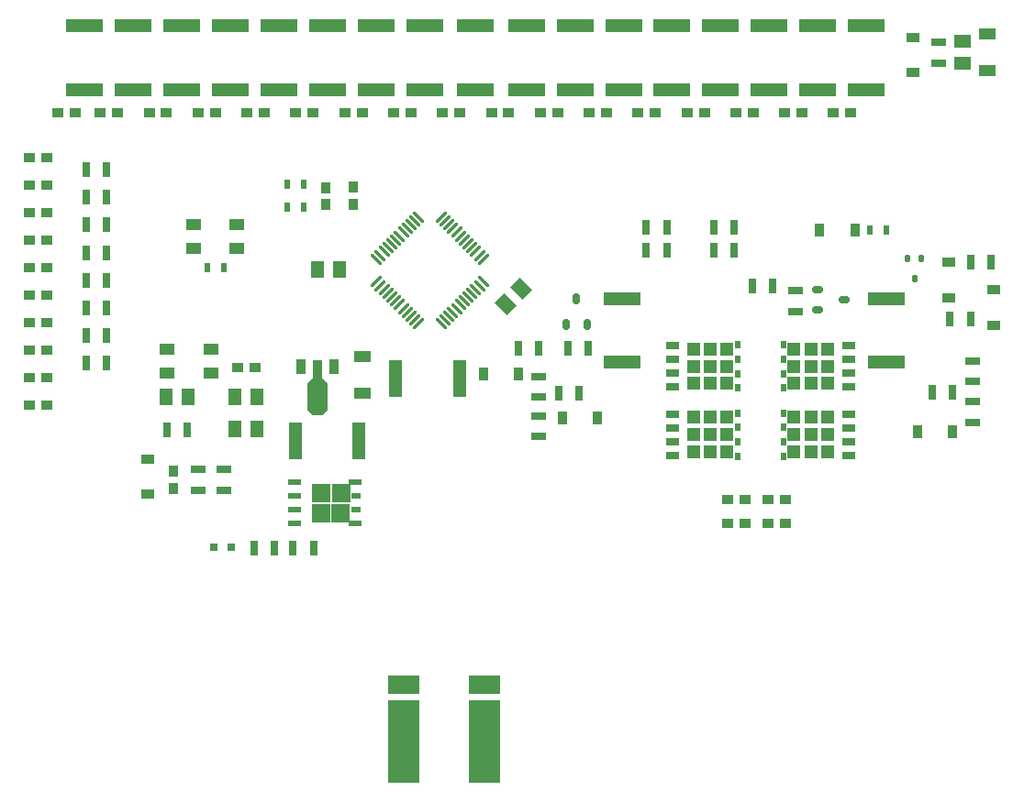
<source format=gtp>
G04*
G04 #@! TF.GenerationSoftware,Altium Limited,Altium Designer,23.4.1 (23)*
G04*
G04 Layer_Color=8421504*
%FSLAX44Y44*%
%MOMM*%
G71*
G04*
G04 #@! TF.SameCoordinates,77ABDD02-67A3-4E24-B7DB-6919BA7AE113*
G04*
G04*
G04 #@! TF.FilePolarity,Positive*
G04*
G01*
G75*
%ADD27R,0.9017X0.6096*%
%ADD28R,1.7145X1.7653*%
%ADD29R,1.2330X1.3000*%
%ADD30R,0.9150X1.2200*%
%ADD31R,0.5080X0.8890*%
%ADD32R,3.4000X1.3000*%
G04:AMPARAMS|DCode=33|XSize=1.27mm|YSize=1.6002mm|CornerRadius=0mm|HoleSize=0mm|Usage=FLASHONLY|Rotation=225.000|XOffset=0mm|YOffset=0mm|HoleType=Round|Shape=Rectangle|*
%AMROTATEDRECTD33*
4,1,4,-0.1167,1.0148,1.0148,-0.1167,0.1167,-1.0148,-1.0148,0.1167,-0.1167,1.0148,0.0*
%
%ADD33ROTATEDRECTD33*%

%ADD34R,1.0000X0.9500*%
%ADD35R,0.9500X1.0000*%
%ADD36R,1.4500X0.7000*%
%ADD37R,0.7000X1.4500*%
%ADD38R,1.2200X0.9150*%
%ADD39R,0.8000X0.8000*%
%ADD40R,2.9500X1.6800*%
%ADD41R,2.9500X7.6200*%
G04:AMPARAMS|DCode=42|XSize=0.47mm|YSize=0.6mm|CornerRadius=0.0493mm|HoleSize=0mm|Usage=FLASHONLY|Rotation=180.000|XOffset=0mm|YOffset=0mm|HoleType=Round|Shape=RoundedRectangle|*
%AMROUNDEDRECTD42*
21,1,0.4700,0.5013,0,0,180.0*
21,1,0.3713,0.6000,0,0,180.0*
1,1,0.0987,-0.1857,0.2507*
1,1,0.0987,0.1857,0.2507*
1,1,0.0987,0.1857,-0.2507*
1,1,0.0987,-0.1857,-0.2507*
%
%ADD42ROUNDEDRECTD42*%
%ADD43R,1.2192X0.6096*%
%ADD44R,1.2700X0.6096*%
%ADD45R,1.6000X1.1000*%
%ADD46R,1.6002X1.2700*%
G04:AMPARAMS|DCode=47|XSize=0.6mm|YSize=1mm|CornerRadius=0.15mm|HoleSize=0mm|Usage=FLASHONLY|Rotation=180.000|XOffset=0mm|YOffset=0mm|HoleType=Round|Shape=RoundedRectangle|*
%AMROUNDEDRECTD47*
21,1,0.6000,0.7000,0,0,180.0*
21,1,0.3000,1.0000,0,0,180.0*
1,1,0.3000,-0.1500,0.3500*
1,1,0.3000,0.1500,0.3500*
1,1,0.3000,0.1500,-0.3500*
1,1,0.3000,-0.1500,-0.3500*
%
%ADD47ROUNDEDRECTD47*%
G04:AMPARAMS|DCode=48|XSize=0.3mm|YSize=1.45mm|CornerRadius=0mm|HoleSize=0mm|Usage=FLASHONLY|Rotation=315.000|XOffset=0mm|YOffset=0mm|HoleType=Round|Shape=Round|*
%AMOVALD48*
21,1,1.1500,0.3000,0.0000,0.0000,45.0*
1,1,0.3000,-0.4066,-0.4066*
1,1,0.3000,0.4066,0.4066*
%
%ADD48OVALD48*%

G04:AMPARAMS|DCode=49|XSize=0.3mm|YSize=1.45mm|CornerRadius=0mm|HoleSize=0mm|Usage=FLASHONLY|Rotation=225.000|XOffset=0mm|YOffset=0mm|HoleType=Round|Shape=Round|*
%AMOVALD49*
21,1,1.1500,0.3000,0.0000,0.0000,315.0*
1,1,0.3000,-0.4066,0.4066*
1,1,0.3000,0.4066,-0.4066*
%
%ADD49OVALD49*%

G04:AMPARAMS|DCode=50|XSize=0.6mm|YSize=1mm|CornerRadius=0.15mm|HoleSize=0mm|Usage=FLASHONLY|Rotation=90.000|XOffset=0mm|YOffset=0mm|HoleType=Round|Shape=RoundedRectangle|*
%AMROUNDEDRECTD50*
21,1,0.6000,0.7000,0,0,90.0*
21,1,0.3000,1.0000,0,0,90.0*
1,1,0.3000,0.3500,0.1500*
1,1,0.3000,0.3500,-0.1500*
1,1,0.3000,-0.3500,-0.1500*
1,1,0.3000,-0.3500,0.1500*
%
%ADD50ROUNDEDRECTD50*%
%ADD51R,1.2700X1.6002*%
%ADD52R,1.2000X0.6500*%
%ADD53R,0.5000X0.7000*%
%ADD54R,1.3000X3.4000*%
%ADD55R,1.4501X1.0000*%
%ADD56R,0.9000X1.4000*%
%ADD57R,0.9000X1.8000*%
G04:AMPARAMS|DCode=58|XSize=1.9mm|YSize=3.4mm|CornerRadius=0mm|HoleSize=0mm|Usage=FLASHONLY|Rotation=0.000|XOffset=0mm|YOffset=0mm|HoleType=Round|Shape=Octagon|*
%AMOCTAGOND58*
4,1,8,-0.4750,1.7000,0.4750,1.7000,0.9500,1.2250,0.9500,-1.2250,0.4750,-1.7000,-0.4750,-1.7000,-0.9500,-1.2250,-0.9500,1.2250,-0.4750,1.7000,0.0*
%
%ADD58OCTAGOND58*%

D27*
X411671Y311912D02*
D03*
Y324612D02*
D03*
D28*
X397320Y308801D02*
D03*
X397447Y327724D02*
D03*
X379032D02*
D03*
X378905Y308801D02*
D03*
D29*
X846265Y397494D02*
D03*
X830936D02*
D03*
X815606D02*
D03*
X815606Y381495D02*
D03*
X830936Y381495D02*
D03*
X846265D02*
D03*
X815606Y365495D02*
D03*
X830936Y365495D02*
D03*
X846265D02*
D03*
X722885Y365495D02*
D03*
X738214Y365495D02*
D03*
X753544D02*
D03*
Y381495D02*
D03*
X738214Y381495D02*
D03*
X722885Y381495D02*
D03*
X753544Y397494D02*
D03*
X738214Y397494D02*
D03*
X722885Y397494D02*
D03*
X846265Y460656D02*
D03*
X830935D02*
D03*
X815605D02*
D03*
X815605Y444656D02*
D03*
X830935Y444656D02*
D03*
X846265Y444656D02*
D03*
X815605Y428656D02*
D03*
X830935Y428656D02*
D03*
X846265Y428656D02*
D03*
X722885Y428656D02*
D03*
X738215Y428656D02*
D03*
X753545Y428656D02*
D03*
Y444656D02*
D03*
X738215D02*
D03*
X722885Y444656D02*
D03*
X753545Y460656D02*
D03*
X738215Y460656D02*
D03*
X722885D02*
D03*
D30*
X561459Y437388D02*
D03*
X528709D02*
D03*
X871847Y570484D02*
D03*
X839097D02*
D03*
X929267Y384048D02*
D03*
X962017D02*
D03*
X634222Y397256D02*
D03*
X601472D02*
D03*
D31*
X900430Y570230D02*
D03*
X885190D02*
D03*
X363474Y591312D02*
D03*
X348234D02*
D03*
X363474Y612394D02*
D03*
X348234D02*
D03*
X289814Y535432D02*
D03*
X274574D02*
D03*
D32*
X882396Y758988D02*
D03*
Y699988D02*
D03*
X161036Y758988D02*
D03*
Y699988D02*
D03*
X837549Y758988D02*
D03*
Y699988D02*
D03*
X792702Y758988D02*
D03*
Y699988D02*
D03*
X747855Y758988D02*
D03*
Y699988D02*
D03*
X703008Y758988D02*
D03*
Y699988D02*
D03*
X658162Y758988D02*
D03*
Y699988D02*
D03*
X613315Y758988D02*
D03*
Y699988D02*
D03*
X568468Y758988D02*
D03*
Y699988D02*
D03*
X521336Y758988D02*
D03*
Y699988D02*
D03*
X430117Y758988D02*
D03*
Y699988D02*
D03*
X385270Y758988D02*
D03*
Y699988D02*
D03*
X340424Y758988D02*
D03*
Y699988D02*
D03*
X295577Y758988D02*
D03*
Y699988D02*
D03*
X250730Y758988D02*
D03*
Y699988D02*
D03*
X205883Y758988D02*
D03*
Y699988D02*
D03*
X657250Y507274D02*
D03*
Y448274D02*
D03*
X900938Y507274D02*
D03*
Y448274D02*
D03*
X474964Y699988D02*
D03*
Y758988D02*
D03*
D33*
X563462Y515964D02*
D03*
X549094Y501596D02*
D03*
D34*
X110364Y408686D02*
D03*
X126364D02*
D03*
X770126Y299210D02*
D03*
X754126D02*
D03*
X791814Y299464D02*
D03*
X807814D02*
D03*
X770126Y321310D02*
D03*
X754126D02*
D03*
X791718D02*
D03*
X807718D02*
D03*
X220498Y678688D02*
D03*
X236498D02*
D03*
X281609D02*
D03*
X265609D02*
D03*
X326719D02*
D03*
X310719D02*
D03*
X355830Y678434D02*
D03*
X371830D02*
D03*
X416940D02*
D03*
X400940D02*
D03*
X446050D02*
D03*
X462050D02*
D03*
X552271Y678688D02*
D03*
X536271D02*
D03*
X507161Y678434D02*
D03*
X491161D02*
D03*
X581382Y678688D02*
D03*
X597382D02*
D03*
X642492D02*
D03*
X626492D02*
D03*
X671602D02*
D03*
X687602D02*
D03*
X732713D02*
D03*
X716713D02*
D03*
X761823D02*
D03*
X777823D02*
D03*
X822934D02*
D03*
X806934D02*
D03*
X852044D02*
D03*
X868044D02*
D03*
X301880Y443484D02*
D03*
X317880D02*
D03*
X110364Y434086D02*
D03*
X126364D02*
D03*
X110364Y510286D02*
D03*
X126364D02*
D03*
X110364Y484886D02*
D03*
X126364D02*
D03*
X126364Y459486D02*
D03*
X110364D02*
D03*
Y535686D02*
D03*
X126364D02*
D03*
Y586486D02*
D03*
X110364D02*
D03*
X126364Y561086D02*
D03*
X110364D02*
D03*
X110364Y611886D02*
D03*
X126364D02*
D03*
X126364Y637286D02*
D03*
X110364D02*
D03*
X152018Y678688D02*
D03*
X136018D02*
D03*
X191388D02*
D03*
X175388D02*
D03*
D35*
X242724Y331750D02*
D03*
X242724Y347750D02*
D03*
X408432Y593980D02*
D03*
Y609980D02*
D03*
X383286Y593726D02*
D03*
Y609726D02*
D03*
D36*
X265441Y330352D02*
D03*
Y349352D02*
D03*
X289204Y349352D02*
D03*
Y330352D02*
D03*
X948690Y724662D02*
D03*
Y743662D02*
D03*
X980440Y430326D02*
D03*
Y449326D02*
D03*
X579628Y398780D02*
D03*
Y379780D02*
D03*
X980440Y411938D02*
D03*
Y392938D02*
D03*
X579902Y416122D02*
D03*
Y435122D02*
D03*
X816849Y514468D02*
D03*
Y495468D02*
D03*
D37*
X978408Y487934D02*
D03*
X959408D02*
D03*
X741482Y572770D02*
D03*
X760482D02*
D03*
X997408Y541020D02*
D03*
X978408D02*
D03*
X741482Y551434D02*
D03*
X760482D02*
D03*
X679246D02*
D03*
X698246D02*
D03*
X679246Y572770D02*
D03*
X698246D02*
D03*
X336042Y276604D02*
D03*
X317042D02*
D03*
X372060Y276350D02*
D03*
X353060D02*
D03*
X795986Y518922D02*
D03*
X776986D02*
D03*
X580086Y461264D02*
D03*
X561086D02*
D03*
X942644Y420878D02*
D03*
X961644D02*
D03*
X617424Y419608D02*
D03*
X598424D02*
D03*
X606552Y461518D02*
D03*
X625552D02*
D03*
X255778Y385785D02*
D03*
X236778D02*
D03*
X162102Y524075D02*
D03*
X181102D02*
D03*
X162102Y498566D02*
D03*
X181102D02*
D03*
X162102Y473202D02*
D03*
X181102D02*
D03*
X162102Y447548D02*
D03*
X181102D02*
D03*
X162102Y549656D02*
D03*
X181102D02*
D03*
X162102Y600601D02*
D03*
X181102D02*
D03*
X162102Y575092D02*
D03*
X181102D02*
D03*
X181102Y626110D02*
D03*
X162102D02*
D03*
D38*
X999490Y482735D02*
D03*
Y515485D02*
D03*
X219100Y326211D02*
D03*
X219100Y358961D02*
D03*
X925576Y715713D02*
D03*
Y748463D02*
D03*
X958342Y507627D02*
D03*
Y540377D02*
D03*
D39*
X296544Y277366D02*
D03*
X280544Y277366D02*
D03*
D40*
X455156Y150442D02*
D03*
X529856D02*
D03*
D41*
X455156Y97842D02*
D03*
X529856D02*
D03*
D42*
X926592Y525424D02*
D03*
X920092Y544424D02*
D03*
X933092D02*
D03*
D43*
X410210Y299212D02*
D03*
Y337312D02*
D03*
D44*
X354584Y299212D02*
D03*
Y311912D02*
D03*
Y324612D02*
D03*
Y337312D02*
D03*
D45*
X993648Y751822D02*
D03*
Y717822D02*
D03*
X417322Y453626D02*
D03*
Y419626D02*
D03*
D46*
X970878Y744982D02*
D03*
Y724662D02*
D03*
D47*
X614934Y506807D02*
D03*
X624434Y482807D02*
D03*
X605434D02*
D03*
D48*
X528891Y543576D02*
D03*
X525355Y547111D02*
D03*
X521820Y550647D02*
D03*
X518284Y554182D02*
D03*
X514749Y557718D02*
D03*
X511213Y561254D02*
D03*
X507677Y564789D02*
D03*
X504142Y568325D02*
D03*
X500606Y571860D02*
D03*
X497071Y575396D02*
D03*
X493535Y578931D02*
D03*
X490000Y582467D02*
D03*
X430249Y522716D02*
D03*
X433785Y519181D02*
D03*
X437320Y515645D02*
D03*
X440856Y512110D02*
D03*
X444392Y508574D02*
D03*
X447927Y505038D02*
D03*
X451463Y501503D02*
D03*
X454998Y497967D02*
D03*
X458534Y494432D02*
D03*
X462069Y490896D02*
D03*
X465605Y487361D02*
D03*
X469140Y483825D02*
D03*
D49*
Y582467D02*
D03*
X465605Y578931D02*
D03*
X462069Y575396D02*
D03*
X458534Y571860D02*
D03*
X454998Y568325D02*
D03*
X451463Y564789D02*
D03*
X447927Y561254D02*
D03*
X444392Y557718D02*
D03*
X440856Y554182D02*
D03*
X437320Y550647D02*
D03*
X433785Y547111D02*
D03*
X430249Y543576D02*
D03*
X490000Y483825D02*
D03*
X493535Y487361D02*
D03*
X497071Y490896D02*
D03*
X500606Y494432D02*
D03*
X504142Y497967D02*
D03*
X507677Y501503D02*
D03*
X511213Y505038D02*
D03*
X514749Y508574D02*
D03*
X518284Y512110D02*
D03*
X521820Y515645D02*
D03*
X525355Y519181D02*
D03*
X528891Y522716D02*
D03*
D50*
X861630Y505968D02*
D03*
X837630Y496468D02*
D03*
Y515468D02*
D03*
D51*
X375666Y534162D02*
D03*
X395986D02*
D03*
X320040Y416535D02*
D03*
X299720D02*
D03*
X256794D02*
D03*
X236474D02*
D03*
X320040Y386334D02*
D03*
X299720D02*
D03*
D52*
X865930Y400545D02*
D03*
X865930Y387845D02*
D03*
Y375145D02*
D03*
X865930Y362445D02*
D03*
X703220Y362445D02*
D03*
Y375145D02*
D03*
Y387845D02*
D03*
Y400545D02*
D03*
X865930Y463706D02*
D03*
Y451006D02*
D03*
X865930Y438306D02*
D03*
X865930Y425606D02*
D03*
X703220Y425606D02*
D03*
X703220Y438306D02*
D03*
X703220Y451006D02*
D03*
Y463706D02*
D03*
D53*
X805930Y361495D02*
D03*
Y374745D02*
D03*
X805930Y388245D02*
D03*
Y401495D02*
D03*
X763220Y401495D02*
D03*
Y388245D02*
D03*
Y374745D02*
D03*
Y361495D02*
D03*
X805930Y424656D02*
D03*
Y437906D02*
D03*
X805930Y451406D02*
D03*
X805930Y464656D02*
D03*
X763220Y464656D02*
D03*
X763220Y451406D02*
D03*
X763220Y437906D02*
D03*
X763220Y424656D02*
D03*
D54*
X507020Y433324D02*
D03*
X448020D02*
D03*
X355310Y375666D02*
D03*
X414310Y375666D02*
D03*
D55*
X236798Y438581D02*
D03*
Y460579D02*
D03*
X277298Y438581D02*
D03*
Y460579D02*
D03*
X301682Y575387D02*
D03*
Y553388D02*
D03*
X261182Y575387D02*
D03*
Y553388D02*
D03*
D56*
X390920Y443998D02*
D03*
X360920D02*
D03*
D57*
X375920Y441998D02*
D03*
D58*
Y415998D02*
D03*
M02*

</source>
